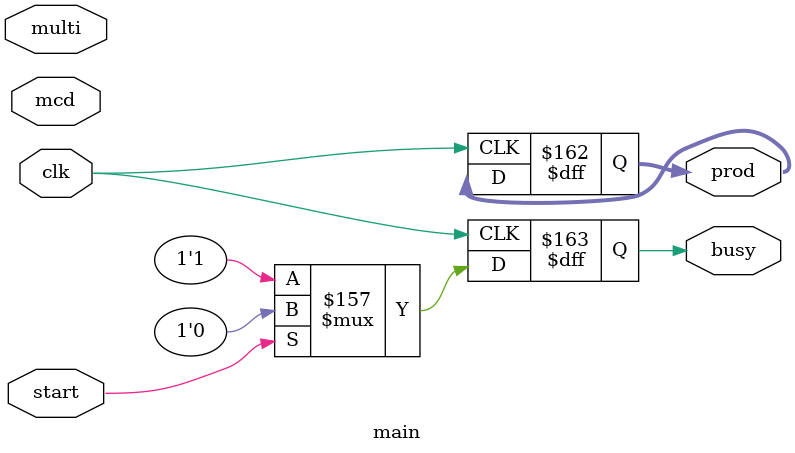
<source format=v>
`timescale 1ns / 1ps
module main( prod , mcd, multi , clk , start , busy
    );
	output reg[7:0]prod;
	output reg busy;
	input [3:0]mcd;
	input [3:0]multi;
	input clk, start;
	reg [3:0]u;
	reg [3:0]v;
	//reg [3:0]temp;
	reg q;
	reg [3:0]x;
	reg [3:0]y;
	reg cnt;
	//busy <= 1'b0;
	always @(posedge clk)
		begin
		busy <= 1'b0;
		cnt = 0;
		if(start)
		begin
		u <= 4'b0000;
		v <= 4'b0000;
		q <= 1'b0;
		x <= multi;
		y <= mcd;
		end
		else
		begin
		busy <= 1'b1;
		if(x[0]==0 && q==1'b1)
		begin
		v <= (v>>1);
		v[3] <= u[0];
		//addition A0(temp, u, y);
		u <= u + y;// addition
		//u<=temp;
		//u <= addition(u,y);
		//rightshift(u);
		//rsa A1(u,temp);
		u[0] <= u[0];
		u[1] <= u[0];
		u[2] <= u[1];
		u[3] <= u[2];
		//u <= temp;
		q <= x[0];
		x[0] <= x[3];
		x[1] <= x[0];
		x[2] <= x[1];
		x[3] <= x[2];
		//rsc A2(x,temp);
		//x <= temp;
		//rotate(x);
		cnt=cnt+1;
		end
		else if(x[0]==1 && q==1'b0)
		begin
		v = v>>1;
		v[3] <= u[0];
		//subtraction A0(temp, u, y);
		u <= u + ~y + 1'b1;//subtraction
		//u<=temp;
		//rsa A1(u,temp);
		u[0] <= u[0];//RSA logic
		u[1] <= u[0];
		u[2] <= u[1];
		u[3] <= u[2];
		//u <= temp;
		q <= x[0];
		//rsc A2(x,temp);
		x[0] <= x[3];// RSC logic
		x[1] <= x[0];
		x[2] <= x[1];
		x[3] <= x[2];
		//x <= temp;
		cnt=cnt+1;
		end
		else 
		begin
		v = v>>1;
		v[3] <= u[0];
		//rsa A1(u,temp);
		u[0] <= u[0];
		u[1] <= u[0];
		u[2] <= u[1];
		u[3] <= u[2];
		//u <= temp;
		q <= x[0];
		//rsc A2(x,temp);
		x[0] <= x[3];
		x[1] <= x[0];
		x[2] <= x[1];
		x[3] <= x[2];
		//x <= temp;
		cnt=cnt+1;
		end
		end
		if(cnt==4)
		begin
		prod[0]=v[0];
		prod[1]=v[1];
		prod[2]=v[2];
		prod[3]=v[3];
		prod[4]=u[0];
		prod[5]=u[1];
		prod[6]=u[2];
		prod[7]=u[3];

		//assign prod = {u, v};
	//	prod=join u&v;
		end
	end
	
endmodule

</source>
